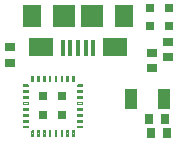
<source format=gtp>
G75*
%MOIN*%
%OFA0B0*%
%FSLAX24Y24*%
%IPPOS*%
%LPD*%
%AMOC8*
5,1,8,0,0,1.08239X$1,22.5*
%
%ADD10R,0.0315X0.0315*%
%ADD11C,0.0040*%
%ADD12R,0.0354X0.0276*%
%ADD13R,0.0394X0.0709*%
%ADD14R,0.0827X0.0630*%
%ADD15R,0.0157X0.0531*%
%ADD16R,0.0748X0.0748*%
%ADD17R,0.0630X0.0748*%
%ADD18R,0.0276X0.0354*%
D10*
X002991Y002633D03*
X003621Y002633D03*
X003621Y003263D03*
X002991Y003263D03*
X006570Y005625D03*
X007172Y005625D03*
X007172Y006215D03*
X006570Y006215D03*
D11*
X002647Y001954D02*
X002587Y001954D01*
X002587Y002111D01*
X002607Y002131D01*
X002647Y002131D01*
X002647Y001954D01*
X002647Y001985D02*
X002587Y001985D01*
X002587Y002024D02*
X002647Y002024D01*
X002647Y002062D02*
X002587Y002062D01*
X002587Y002101D02*
X002647Y002101D01*
X002784Y002101D02*
X002843Y002101D01*
X002843Y002131D02*
X002843Y001954D01*
X002784Y001954D01*
X002784Y002131D01*
X002843Y002131D01*
X002843Y002062D02*
X002784Y002062D01*
X002784Y002024D02*
X002843Y002024D01*
X002843Y001985D02*
X002784Y001985D01*
X002981Y001985D02*
X003040Y001985D01*
X003040Y001954D02*
X002981Y001954D01*
X002981Y002131D01*
X003040Y002131D01*
X003040Y001954D01*
X003040Y002024D02*
X002981Y002024D01*
X002981Y002062D02*
X003040Y002062D01*
X003040Y002101D02*
X002981Y002101D01*
X003178Y002101D02*
X003237Y002101D01*
X003237Y002131D02*
X003237Y001954D01*
X003178Y001954D01*
X003178Y002131D01*
X003237Y002131D01*
X003237Y002062D02*
X003178Y002062D01*
X003178Y002024D02*
X003237Y002024D01*
X003237Y001985D02*
X003178Y001985D01*
X003375Y001985D02*
X003434Y001985D01*
X003434Y001954D02*
X003375Y001954D01*
X003375Y002131D01*
X003434Y002131D01*
X003434Y001954D01*
X003434Y002024D02*
X003375Y002024D01*
X003375Y002062D02*
X003434Y002062D01*
X003434Y002101D02*
X003375Y002101D01*
X003572Y002101D02*
X003631Y002101D01*
X003631Y002131D02*
X003631Y001954D01*
X003572Y001954D01*
X003572Y002131D01*
X003631Y002131D01*
X003631Y002062D02*
X003572Y002062D01*
X003572Y002024D02*
X003631Y002024D01*
X003631Y001985D02*
X003572Y001985D01*
X003769Y001985D02*
X003828Y001985D01*
X003828Y001954D02*
X003769Y001954D01*
X003769Y002131D01*
X003828Y002131D01*
X003828Y001954D01*
X003828Y002024D02*
X003769Y002024D01*
X003769Y002062D02*
X003828Y002062D01*
X003828Y002101D02*
X003769Y002101D01*
X003965Y002101D02*
X004024Y002101D01*
X004024Y002111D02*
X004005Y002131D01*
X003965Y002131D01*
X003965Y001954D01*
X004024Y001954D01*
X004024Y002111D01*
X004024Y002062D02*
X003965Y002062D01*
X003965Y002024D02*
X004024Y002024D01*
X004024Y001985D02*
X003965Y001985D01*
X004143Y002229D02*
X004123Y002249D01*
X004123Y002288D01*
X004300Y002288D01*
X004300Y002229D01*
X004143Y002229D01*
X004123Y002255D02*
X004300Y002255D01*
X004300Y002426D02*
X004123Y002426D01*
X004123Y002485D01*
X004300Y002485D01*
X004300Y002426D01*
X004300Y002447D02*
X004123Y002447D01*
X004123Y002623D02*
X004123Y002682D01*
X004300Y002682D01*
X004300Y002623D01*
X004123Y002623D01*
X004123Y002640D02*
X004300Y002640D01*
X004300Y002678D02*
X004123Y002678D01*
X004123Y002820D02*
X004123Y002879D01*
X004300Y002879D01*
X004300Y002820D01*
X004123Y002820D01*
X004123Y002832D02*
X004300Y002832D01*
X004300Y002871D02*
X004123Y002871D01*
X004123Y003017D02*
X004123Y003076D01*
X004300Y003076D01*
X004300Y003017D01*
X004123Y003017D01*
X004123Y003025D02*
X004300Y003025D01*
X004300Y003063D02*
X004123Y003063D01*
X004123Y003213D02*
X004123Y003273D01*
X004300Y003273D01*
X004300Y003213D01*
X004123Y003213D01*
X004123Y003217D02*
X004300Y003217D01*
X004300Y003256D02*
X004123Y003256D01*
X004123Y003410D02*
X004123Y003469D01*
X004300Y003469D01*
X004300Y003410D01*
X004123Y003410D01*
X004123Y003448D02*
X004300Y003448D01*
X004300Y003607D02*
X004123Y003607D01*
X004123Y003647D01*
X004143Y003666D01*
X004300Y003666D01*
X004300Y003607D01*
X004300Y003641D02*
X004123Y003641D01*
X004005Y003765D02*
X003965Y003765D01*
X003965Y003942D01*
X004024Y003942D01*
X004024Y003784D01*
X004005Y003765D01*
X004024Y003795D02*
X003965Y003795D01*
X003965Y003833D02*
X004024Y003833D01*
X004024Y003872D02*
X003965Y003872D01*
X003965Y003910D02*
X004024Y003910D01*
X003828Y003910D02*
X003769Y003910D01*
X003769Y003942D02*
X003828Y003942D01*
X003828Y003765D01*
X003769Y003765D01*
X003769Y003942D01*
X003769Y003872D02*
X003828Y003872D01*
X003828Y003833D02*
X003769Y003833D01*
X003769Y003795D02*
X003828Y003795D01*
X003631Y003795D02*
X003572Y003795D01*
X003572Y003765D02*
X003572Y003942D01*
X003631Y003942D01*
X003631Y003765D01*
X003572Y003765D01*
X003572Y003833D02*
X003631Y003833D01*
X003631Y003872D02*
X003572Y003872D01*
X003572Y003910D02*
X003631Y003910D01*
X003434Y003910D02*
X003375Y003910D01*
X003375Y003942D02*
X003434Y003942D01*
X003434Y003765D01*
X003375Y003765D01*
X003375Y003942D01*
X003375Y003872D02*
X003434Y003872D01*
X003434Y003833D02*
X003375Y003833D01*
X003375Y003795D02*
X003434Y003795D01*
X003237Y003795D02*
X003178Y003795D01*
X003178Y003765D02*
X003178Y003942D01*
X003237Y003942D01*
X003237Y003765D01*
X003178Y003765D01*
X003178Y003833D02*
X003237Y003833D01*
X003237Y003872D02*
X003178Y003872D01*
X003178Y003910D02*
X003237Y003910D01*
X003040Y003910D02*
X002981Y003910D01*
X002981Y003942D02*
X003040Y003942D01*
X003040Y003765D01*
X002981Y003765D01*
X002981Y003942D01*
X002981Y003872D02*
X003040Y003872D01*
X003040Y003833D02*
X002981Y003833D01*
X002981Y003795D02*
X003040Y003795D01*
X002843Y003795D02*
X002784Y003795D01*
X002784Y003765D02*
X002784Y003942D01*
X002843Y003942D01*
X002843Y003765D01*
X002784Y003765D01*
X002784Y003833D02*
X002843Y003833D01*
X002843Y003872D02*
X002784Y003872D01*
X002784Y003910D02*
X002843Y003910D01*
X002647Y003910D02*
X002587Y003910D01*
X002587Y003942D02*
X002587Y003784D01*
X002607Y003765D01*
X002647Y003765D01*
X002647Y003942D01*
X002587Y003942D01*
X002587Y003872D02*
X002647Y003872D01*
X002647Y003833D02*
X002587Y003833D01*
X002587Y003795D02*
X002647Y003795D01*
X002489Y003647D02*
X002489Y003607D01*
X002312Y003607D01*
X002312Y003666D01*
X002469Y003666D01*
X002489Y003647D01*
X002489Y003641D02*
X002312Y003641D01*
X002312Y003469D02*
X002312Y003410D01*
X002489Y003410D01*
X002489Y003469D01*
X002312Y003469D01*
X002312Y003448D02*
X002489Y003448D01*
X002489Y003273D02*
X002312Y003273D01*
X002312Y003213D01*
X002489Y003213D01*
X002489Y003273D01*
X002489Y003256D02*
X002312Y003256D01*
X002312Y003217D02*
X002489Y003217D01*
X002489Y003076D02*
X002312Y003076D01*
X002312Y003017D01*
X002489Y003017D01*
X002489Y003076D01*
X002489Y003063D02*
X002312Y003063D01*
X002312Y003025D02*
X002489Y003025D01*
X002489Y002879D02*
X002312Y002879D01*
X002312Y002820D01*
X002489Y002820D01*
X002489Y002879D01*
X002489Y002871D02*
X002312Y002871D01*
X002312Y002832D02*
X002489Y002832D01*
X002489Y002682D02*
X002312Y002682D01*
X002312Y002623D01*
X002489Y002623D01*
X002489Y002682D01*
X002489Y002678D02*
X002312Y002678D01*
X002312Y002640D02*
X002489Y002640D01*
X002489Y002485D02*
X002312Y002485D01*
X002312Y002426D01*
X002489Y002426D01*
X002489Y002485D01*
X002489Y002447D02*
X002312Y002447D01*
X002312Y002288D02*
X002312Y002229D01*
X002469Y002229D01*
X002489Y002249D01*
X002489Y002288D01*
X002312Y002288D01*
X002312Y002255D02*
X002489Y002255D01*
D12*
X001873Y004389D03*
X001873Y004900D03*
X006637Y004711D03*
X007145Y004570D03*
X006637Y004200D03*
X007145Y005082D03*
D13*
X007038Y003184D03*
X005936Y003184D03*
D14*
X005373Y004924D03*
X002932Y004924D03*
D15*
X003641Y004875D03*
X003897Y004875D03*
X004152Y004875D03*
X004408Y004875D03*
X004664Y004875D03*
D16*
X004625Y005928D03*
X003680Y005928D03*
D17*
X002617Y005928D03*
X005688Y005928D03*
D18*
X006538Y002511D03*
X007050Y002511D03*
X007113Y002034D03*
X006601Y002034D03*
M02*

</source>
